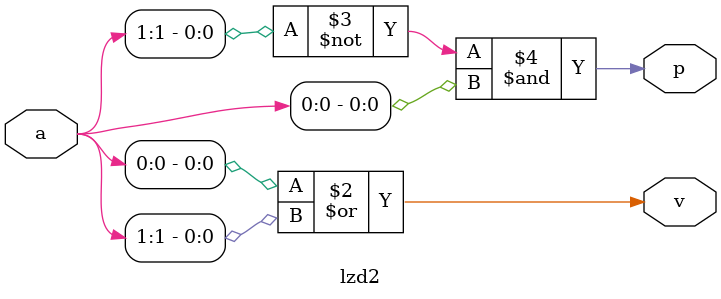
<source format=v>

module lzd2(a,p,v);
input [1:0]a;
output reg p,v;

always @ (*)
begin
v= a[0] | a[1];
p= ~a[1] & a[0];
end
endmodule


</source>
